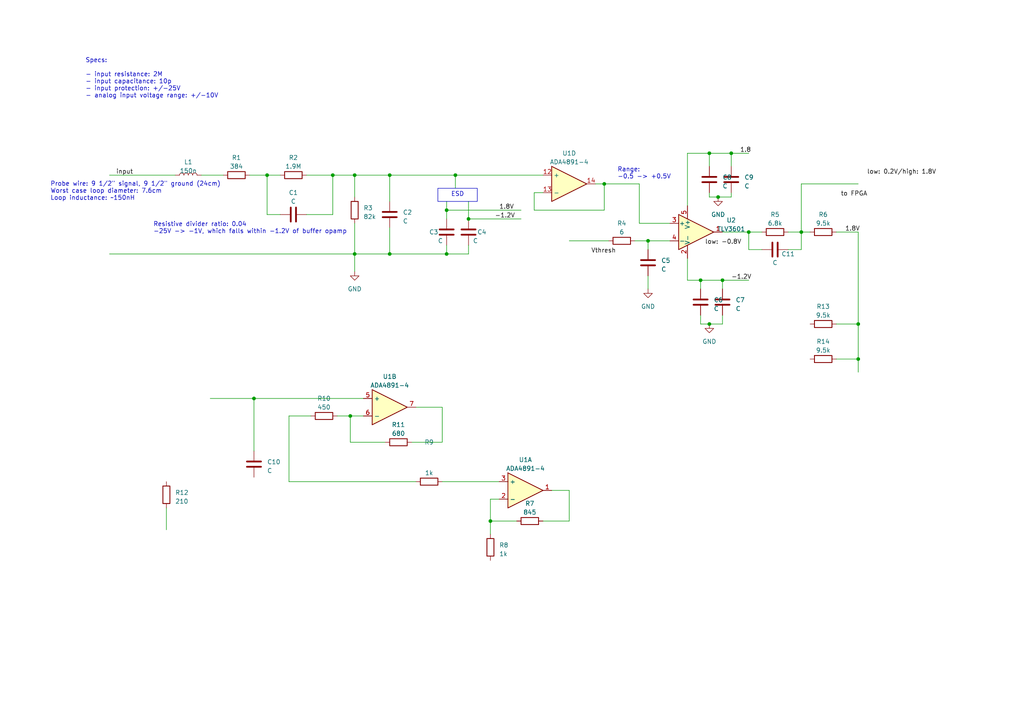
<source format=kicad_sch>
(kicad_sch (version 20230121) (generator eeschema)
  (paper "A4")
  (lib_symbols
    (symbol "Device:C" (pin_numbers hide) (pin_names (offset 0.254))
      (property "Reference" "C" (at 0.635 2.54 0))
      (property "Value" "C" (at 0.635 -2.54 0))
      (symbol "C_0_1"
        (polyline (pts (xy -2.032 -0.762) (xy 2.032 -0.762)) (stroke (width 0.508)))
        (polyline (pts (xy -2.032 0.762) (xy 2.032 0.762)) (stroke (width 0.508)))
      )
      (symbol "C_1_1"
        (pin passive line (at 0 3.81 270) (length 2.794) (name "~") (number "1"))
        (pin passive line (at 0 -3.81 90) (length 2.794) (name "~") (number "2"))
      )
    )
    (symbol "Device:L" (pin_numbers hide) (pin_names (offset 1.016) hide)
      (property "Reference" "L" (at -1.27 0 90))
      (property "Value" "L" (at 1.905 0 90))
      (symbol "L_0_1"
        (arc (start 0 -2.54) (mid 0.6323 -1.905) (end 0 -1.27))
        (arc (start 0 -1.27) (mid 0.6323 -0.635) (end 0 0))
        (arc (start 0 0) (mid 0.6323 0.635) (end 0 1.27))
        (arc (start 0 1.27) (mid 0.6323 1.905) (end 0 2.54))
      )
      (symbol "L_1_1"
        (pin passive line (at 0 3.81 270) (length 1.27) (name "1") (number "1"))
        (pin passive line (at 0 -3.81 90) (length 1.27) (name "2") (number "2"))
      )
    )
    (symbol "Device:R" (pin_numbers hide) (pin_names (offset 0))
      (property "Reference" "R" (at 2.032 0 90))
      (property "Value" "R" (at 0 0 90))
      (symbol "R_0_1"
        (rectangle (start -1.016 -2.54) (end 1.016 2.54) (stroke (width 0.254)))
      )
      (symbol "R_1_1"
        (pin passive line (at 0 3.81 270) (length 1.27) (name "~") (number "1"))
        (pin passive line (at 0 -3.81 90) (length 1.27) (name "~") (number "2"))
      )
    )
    (symbol "logic_analyzer:ADA4891-4"
      (property "Reference" "U" (at 0 5.08 0))
      (property "Value" "ADA4891-4" (at 0 -5.08 0))
      (symbol "ADA4891-4_1_1"
        (polyline (pts (xy -5.08 5.08) (xy 5.08 0) (xy -5.08 -5.08) (xy -5.08 5.08)) (stroke (width 0.254)) (fill (type background)))
        (pin output line (at 7.62 0 180) (length 2.54) (name "~") (number "1"))
        (pin input line (at -7.62 -2.54 0) (length 2.54) (name "-") (number "2"))
        (pin input line (at -7.62 2.54 0) (length 2.54) (name "+") (number "3"))
      )
      (symbol "ADA4891-4_2_1"
        (polyline (pts (xy -5.08 5.08) (xy 5.08 0) (xy -5.08 -5.08) (xy -5.08 5.08)) (stroke (width 0.254)) (fill (type background)))
        (pin input line (at -7.62 2.54 0) (length 2.54) (name "+") (number "5"))
        (pin input line (at -7.62 -2.54 0) (length 2.54) (name "-") (number "6"))
        (pin output line (at 7.62 0 180) (length 2.54) (name "~") (number "7"))
      )
      (symbol "ADA4891-4_3_1"
        (polyline (pts (xy -5.08 5.08) (xy 5.08 0) (xy -5.08 -5.08) (xy -5.08 5.08)) (stroke (width 0.254)) (fill (type background)))
        (pin input line (at -7.62 2.54 0) (length 2.54) (name "+") (number "10"))
        (pin output line (at 7.62 0 180) (length 2.54) (name "~") (number "8"))
        (pin input line (at -7.62 -2.54 0) (length 2.54) (name "-") (number "9"))
      )
      (symbol "ADA4891-4_4_1"
        (polyline (pts (xy -5.08 5.08) (xy 5.08 0) (xy -5.08 -5.08) (xy -5.08 5.08)) (stroke (width 0.254)) (fill (type background)))
        (pin input line (at -7.62 2.54 0) (length 2.54) (name "+") (number "12"))
        (pin input line (at -7.62 -2.54 0) (length 2.54) (name "-") (number "13"))
        (pin output line (at 7.62 0 180) (length 2.54) (name "~") (number "14"))
      )
      (symbol "ADA4891-4_5_1"
        (pin power_in line (at -2.54 -7.62 90) (length 3.81) (name "V-") (number "11"))
        (pin power_in line (at -2.54 7.62 270) (length 3.81) (name "V+") (number "4"))
      )
    )
    (symbol "logic_analyzer:TLV3601" (pin_names (offset 0.127))
      (property "Reference" "U" (at -1.27 6.35 0))
      (property "Value" "TLV3601" (at -1.27 3.81 0))
      (symbol "TLV3601_0_1"
        (polyline (pts (xy -5.08 5.08) (xy 5.08 0) (xy -5.08 -5.08) (xy -5.08 5.08)) (stroke (width 0.254)) (fill (type background)))
        (pin power_in line (at -2.54 -7.62 90) (length 3.81) (name "V-") (number "2"))
        (pin power_in line (at -2.54 7.62 270) (length 3.81) (name "V+") (number "5"))
      )
      (symbol "TLV3601_1_1"
        (pin output line (at 7.62 0 180) (length 2.54) (name "~") (number "1"))
        (pin input line (at -7.62 2.54 0) (length 2.54) (name "+") (number "3"))
        (pin input line (at -7.62 -2.54 0) (length 2.54) (name "-") (number "4"))
      )
    )
    (symbol "power:GND" (power) (pin_names (offset 0))
      (property "Value" "GND" (at 0 -3.81 0))
      (symbol "GND_0_1"
        (polyline (pts (xy 0 0) (xy 0 -1.27) (xy 1.27 -1.27) (xy 0 -2.54) (xy -1.27 -1.27) (xy 0 -1.27)))
      )
      (symbol "GND_1_1"
        (pin power_in line (at 0 0 270) (length 0) hide (name "GND") (number "1"))
      )
    )
  )
  (junction (at 77.47 50.8))
  (junction (at 102.87 50.8))
  (junction (at 208.28 57.15))
  (junction (at 96.52 50.8))
  (junction (at 113.03 73.66))
  (junction (at 248.92 104.14))
  (junction (at 203.2 81.28))
  (junction (at 205.74 44.45))
  (junction (at 129.54 73.66))
  (junction (at 175.26 53.34))
  (junction (at 212.09 44.45))
  (junction (at 205.74 93.98))
  (junction (at 129.54 60.96))
  (junction (at 232.41 67.31))
  (junction (at 187.96 69.85))
  (junction (at 142.24 151.13))
  (junction (at 113.03 50.8))
  (junction (at 73.66 115.57))
  (junction (at 217.17 67.31))
  (junction (at 102.87 73.66))
  (junction (at 132.08 50.8))
  (junction (at 101.6 120.65))
  (junction (at 135.89 63.5))
  (junction (at 209.55 81.28))
  (junction (at 248.92 93.98))
  (wire (pts (xy 129.54 73.66) (xy 135.89 73.66)))
  (wire (pts (xy 199.39 59.69) (xy 199.39 44.45)))
  (wire (pts (xy 73.66 115.57) (xy 73.66 130.81)))
  (wire (pts (xy 154.94 60.96) (xy 175.26 60.96)))
  (wire (pts (xy 90.17 120.65) (xy 83.82 120.65)))
  (wire (pts (xy 175.26 53.34) (xy 185.42 53.34)))
  (wire (pts (xy 232.41 67.31) (xy 232.41 72.39)))
  (wire (pts (xy 208.28 57.15) (xy 212.09 57.15)))
  (wire (pts (xy 199.39 81.28) (xy 203.2 81.28)))
  (wire (pts (xy 132.08 50.8) (xy 132.08 54.61)))
  (wire (pts (xy 129.54 60.96) (xy 129.54 63.5)))
  (wire (pts (xy 205.74 44.45) (xy 212.09 44.45)))
  (wire (pts (xy 101.6 120.65) (xy 105.41 120.65)))
  (wire (pts (xy 187.96 80.01) (xy 187.96 83.82)))
  (wire (pts (xy 96.52 62.23) (xy 96.52 50.8)))
  (wire (pts (xy 248.92 93.98) (xy 248.92 104.14)))
  (wire (pts (xy 83.82 139.7) (xy 120.65 139.7)))
  (wire (pts (xy 83.82 120.65) (xy 83.82 139.7)))
  (wire (pts (xy 157.48 55.88) (xy 154.94 55.88)))
  (wire (pts (xy 119.38 128.27) (xy 128.27 128.27)))
  (wire (pts (xy 128.27 139.7) (xy 144.78 139.7)))
  (wire (pts (xy 48.26 147.32) (xy 48.26 153.67)))
  (wire (pts (xy 232.41 67.31) (xy 234.95 67.31)))
  (wire (pts (xy 185.42 53.34) (xy 185.42 64.77)))
  (wire (pts (xy 209.55 81.28) (xy 209.55 83.82)))
  (wire (pts (xy 129.54 58.42) (xy 129.54 60.96)))
  (wire (pts (xy 157.48 151.13) (xy 165.1 151.13)))
  (wire (pts (xy 144.78 144.78) (xy 142.24 144.78)))
  (wire (pts (xy 185.42 64.77) (xy 194.31 64.77)))
  (wire (pts (xy 205.74 57.15) (xy 208.28 57.15)))
  (wire (pts (xy 142.24 144.78) (xy 142.24 151.13)))
  (wire (pts (xy 242.57 104.14) (xy 248.92 104.14)))
  (wire (pts (xy 128.27 128.27) (xy 128.27 118.11)))
  (wire (pts (xy 212.09 57.15) (xy 212.09 55.88)))
  (wire (pts (xy 113.03 50.8) (xy 132.08 50.8)))
  (wire (pts (xy 135.89 73.66) (xy 135.89 71.12)))
  (wire (pts (xy 142.24 151.13) (xy 149.86 151.13)))
  (wire (pts (xy 101.6 120.65) (xy 101.6 128.27)))
  (wire (pts (xy 203.2 81.28) (xy 203.2 83.82)))
  (wire (pts (xy 31.75 73.66) (xy 102.87 73.66)))
  (wire (pts (xy 212.09 44.45) (xy 212.09 48.26)))
  (wire (pts (xy 73.66 115.57) (xy 105.41 115.57)))
  (wire (pts (xy 205.74 44.45) (xy 205.74 48.26)))
  (wire (pts (xy 175.26 53.34) (xy 172.72 53.34)))
  (wire (pts (xy 165.1 142.24) (xy 160.02 142.24)))
  (wire (pts (xy 242.57 67.31) (xy 248.92 67.31)))
  (wire (pts (xy 58.42 50.8) (xy 64.77 50.8)))
  (wire (pts (xy 102.87 64.77) (xy 102.87 73.66)))
  (wire (pts (xy 101.6 128.27) (xy 111.76 128.27)))
  (wire (pts (xy 165.1 69.85) (xy 176.53 69.85)))
  (wire (pts (xy 102.87 73.66) (xy 113.03 73.66)))
  (wire (pts (xy 113.03 73.66) (xy 129.54 73.66)))
  (wire (pts (xy 129.54 60.96) (xy 151.13 60.96)))
  (wire (pts (xy 102.87 73.66) (xy 102.87 78.74)))
  (wire (pts (xy 102.87 50.8) (xy 102.87 57.15)))
  (wire (pts (xy 113.03 73.66) (xy 113.03 66.04)))
  (wire (pts (xy 232.41 67.31) (xy 232.41 53.34)))
  (wire (pts (xy 209.55 81.28) (xy 217.17 81.28)))
  (wire (pts (xy 217.17 67.31) (xy 217.17 72.39)))
  (wire (pts (xy 77.47 50.8) (xy 77.47 62.23)))
  (wire (pts (xy 88.9 62.23) (xy 96.52 62.23)))
  (wire (pts (xy 128.27 118.11) (xy 120.65 118.11)))
  (wire (pts (xy 209.55 67.31) (xy 217.17 67.31)))
  (wire (pts (xy 232.41 53.34) (xy 248.92 53.34)))
  (wire (pts (xy 199.39 74.93) (xy 199.39 81.28)))
  (wire (pts (xy 135.89 58.42) (xy 135.89 63.5)))
  (wire (pts (xy 96.52 50.8) (xy 102.87 50.8)))
  (wire (pts (xy 205.74 55.88) (xy 205.74 57.15)))
  (wire (pts (xy 187.96 72.39) (xy 187.96 69.85)))
  (wire (pts (xy 102.87 50.8) (xy 113.03 50.8)))
  (wire (pts (xy 60.96 115.57) (xy 73.66 115.57)))
  (wire (pts (xy 97.79 120.65) (xy 101.6 120.65)))
  (wire (pts (xy 209.55 93.98) (xy 209.55 91.44)))
  (wire (pts (xy 184.15 69.85) (xy 187.96 69.85)))
  (wire (pts (xy 205.74 93.98) (xy 209.55 93.98)))
  (wire (pts (xy 165.1 151.13) (xy 165.1 142.24)))
  (wire (pts (xy 203.2 93.98) (xy 205.74 93.98)))
  (wire (pts (xy 248.92 104.14) (xy 248.92 107.95)))
  (wire (pts (xy 77.47 50.8) (xy 81.28 50.8)))
  (wire (pts (xy 242.57 93.98) (xy 248.92 93.98)))
  (wire (pts (xy 113.03 50.8) (xy 113.03 58.42)))
  (wire (pts (xy 132.08 50.8) (xy 157.48 50.8)))
  (wire (pts (xy 217.17 72.39) (xy 220.98 72.39)))
  (wire (pts (xy 135.89 63.5) (xy 151.13 63.5)))
  (wire (pts (xy 228.6 72.39) (xy 232.41 72.39)))
  (wire (pts (xy 154.94 55.88) (xy 154.94 60.96)))
  (wire (pts (xy 203.2 81.28) (xy 209.55 81.28)))
  (wire (pts (xy 77.47 62.23) (xy 81.28 62.23)))
  (wire (pts (xy 199.39 44.45) (xy 205.74 44.45)))
  (wire (pts (xy 31.75 50.8) (xy 50.8 50.8)))
  (wire (pts (xy 129.54 71.12) (xy 129.54 73.66)))
  (wire (pts (xy 203.2 91.44) (xy 203.2 93.98)))
  (wire (pts (xy 88.9 50.8) (xy 96.52 50.8)))
  (wire (pts (xy 212.09 44.45) (xy 217.17 44.45)))
  (wire (pts (xy 228.6 67.31) (xy 232.41 67.31)))
  (wire (pts (xy 187.96 69.85) (xy 194.31 69.85)))
  (wire (pts (xy 217.17 67.31) (xy 220.98 67.31)))
  (wire (pts (xy 248.92 67.31) (xy 248.92 93.98)))
  (wire (pts (xy 142.24 151.13) (xy 142.24 154.94)))
  (wire (pts (xy 175.26 60.96) (xy 175.26 53.34)))
  (wire (pts (xy 72.39 50.8) (xy 77.47 50.8)))
  (rectangle (start 127 54.61) (end 138.43 58.42))
  (text "Range:\n-0.5 -> +0.5V" (at 179.07 52.07 0) (effects (font (size 1.27 1.27)) (justify left bottom)))
  (text "Resistive divider ratio: 0.04\n-25V -> -1V, which falls within -1.2V of buffer opamp" (at 44.45 67.945 0) (effects (font (size 1.27 1.27)) (justify left bottom)))
  (text "ESD" (at 130.81 57.15 0) (effects (font (size 1.27 1.27)) (justify left bottom)))
  (text "Probe wire: 9 1/2\" signal, 9 1/2\" ground (24cm)\nWorst case loop diameter: 7.6cm\nLoop inductance: ~150nH\n\n" (at 14.605 60.325 0) (effects (font (size 1.27 1.27)) (justify left bottom)))
  (text "Specs:\n\n- input resistance: 2M\n- input capacitance: 10p\n- input protection: +/-25V\n- analog input voltage range: +/-10V" (at 24.765 28.575 0) (effects (font (size 1.27 1.27)) (justify left bottom)))
  (label "-1.2V" (at 143.51 63.5 0))
  (label "low: -0.8V" (at 204.47 71.12 0))
  (label "Vthresh" (at 171.45 73.66 0))
  (label "1.8" (at 214.63 44.45 0))
  (label "1.8V" (at 144.78 60.96 0))
  (label "1.8V" (at 245.11 67.31 0))
  (label "input" (at 33.655 50.8 0))
  (label "to FPGA" (at 243.84 57.15 0))
  (label "-1.2V" (at 212.09 81.28 0))
  (label "low: 0.2V{slash}high: 1.8V" (at 251.46 50.8 0))
  (symbol (lib_id "Device:C") (at 209.55 87.63 180) (unit 1)
    (property "Reference" "C7" (at 213.36 86.995 0) (effects (justify right)))
    (property "Value" "C" (at 213.36 89.535 0) (effects (justify right)))
  )
  (symbol (lib_id "Device:R") (at 153.67 151.13 90) (unit 1)
    (property "Reference" "R7" (at 153.67 146.05 90))
    (property "Value" "845" (at 153.67 148.59 90))
  )
  (symbol (lib_id "Device:C") (at 129.54 67.31 180) (unit 1)
    (property "Reference" "C3" (at 124.46 67.31 0) (effects (justify right)))
    (property "Value" "C" (at 127 69.85 0) (effects (justify right)))
  )
  (symbol (lib_id "Device:C") (at 203.2 87.63 180) (unit 1)
    (property "Reference" "C6" (at 207.01 86.995 0) (effects (justify right)))
    (property "Value" "C" (at 207.01 89.535 0) (effects (justify right)))
  )
  (symbol (lib_id "Device:R") (at 85.09 50.8 90) (unit 1)
    (property "Reference" "R2" (at 85.09 45.72 90))
    (property "Value" "1.9M" (at 85.09 48.26 90))
  )
  (symbol (lib_id "Device:R") (at 93.98 120.65 270) (unit 1)
    (property "Reference" "R10" (at 93.98 115.57 90))
    (property "Value" "450" (at 93.98 118.11 90))
  )
  (symbol (lib_id "power:GND") (at 187.96 83.82 0) (unit 1)
    (property "Reference" "#PWR02" (effects hide))
    (property "Value" "GND" (at 187.96 88.9 0))
  )
  (symbol (lib_id "Device:R") (at 102.87 60.96 180) (unit 1)
    (property "Reference" "R3" (at 105.41 60.325 0) (effects (justify right)))
    (property "Value" "82k" (at 105.41 62.865 0) (effects (justify right)))
  )
  (symbol (lib_id "Device:C") (at 212.09 52.07 180) (unit 1)
    (property "Reference" "C9" (at 215.9 51.435 0) (effects (justify right)))
    (property "Value" "C" (at 215.9 53.975 0) (effects (justify right)))
  )
  (symbol (lib_id "Device:C") (at 135.89 67.31 180) (unit 1)
    (property "Reference" "C4" (at 138.43 67.31 0) (effects (justify right)))
    (property "Value" "C" (at 137.16 69.85 0) (effects (justify right)))
  )
  (symbol (lib_id "Device:R") (at 238.76 67.31 90) (unit 1)
    (property "Reference" "R6" (at 238.76 62.23 90))
    (property "Value" "9.5k" (at 238.76 64.77 90))
  )
  (symbol (lib_id "logic_analyzer:ADA4891-4") (at 113.03 118.11 0) (unit 2)
    (property "Reference" "U1" (at 113.03 109.22 0))
    (property "Value" "ADA4891-4" (at 113.03 111.76 0))
  )
  (symbol (lib_id "Device:R") (at 224.79 67.31 90) (unit 1)
    (property "Reference" "R5" (at 224.79 62.23 90))
    (property "Value" "6.8k" (at 224.79 64.77 90))
  )
  (symbol (lib_id "logic_analyzer:ADA4891-4") (at 165.1 53.34 0) (unit 4)
    (property "Reference" "U1" (at 165.1 44.45 0))
    (property "Value" "ADA4891-4" (at 165.1 46.99 0))
  )
  (symbol (lib_id "Device:C") (at 73.66 134.62 180) (unit 1)
    (property "Reference" "C10" (at 77.47 133.985 0) (effects (justify right)))
    (property "Value" "C" (at 77.47 136.525 0) (effects (justify right)))
  )
  (symbol (lib_id "Device:R") (at 124.46 139.7 270) (unit 1)
    (property "Reference" "R9" (at 124.46 128.27 90))
    (property "Value" "1k" (at 124.46 137.16 90))
  )
  (symbol (lib_id "Device:C") (at 224.79 72.39 90) (unit 1)
    (property "Reference" "C11" (at 228.6 73.66 90))
    (property "Value" "C" (at 224.79 76.2 90))
  )
  (symbol (lib_id "Device:R") (at 68.58 50.8 90) (unit 1)
    (property "Reference" "R1" (at 68.58 45.72 90))
    (property "Value" "384" (at 68.58 48.26 90))
  )
  (symbol (lib_id "Device:C") (at 187.96 76.2 180) (unit 1)
    (property "Reference" "C5" (at 191.77 75.565 0) (effects (justify right)))
    (property "Value" "C" (at 191.77 78.105 0) (effects (justify right)))
  )
  (symbol (lib_id "Device:R") (at 48.26 143.51 180) (unit 1)
    (property "Reference" "R12" (at 50.8 142.875 0) (effects (justify right)))
    (property "Value" "210" (at 50.8 145.415 0) (effects (justify right)))
  )
  (symbol (lib_id "Device:R") (at 238.76 93.98 90) (unit 1)
    (property "Reference" "R13" (at 238.76 88.9 90))
    (property "Value" "9.5k" (at 238.76 91.44 90))
  )
  (symbol (lib_id "power:GND") (at 102.87 78.74 0) (unit 1)
    (property "Reference" "#PWR01" (effects hide))
    (property "Value" "GND" (at 102.87 83.82 0))
  )
  (symbol (lib_id "logic_analyzer:ADA4891-4") (at 152.4 142.24 0) (unit 1)
    (property "Reference" "U1" (at 152.4 133.35 0))
    (property "Value" "ADA4891-4" (at 152.4 135.89 0))
  )
  (symbol (lib_id "Device:R") (at 142.24 158.75 180) (unit 1)
    (property "Reference" "R8" (at 144.78 158.115 0) (effects (justify right)))
    (property "Value" "1k" (at 144.78 160.655 0) (effects (justify right)))
  )
  (symbol (lib_id "Device:C") (at 85.09 62.23 90) (unit 1)
    (property "Reference" "C1" (at 85.09 55.88 90))
    (property "Value" "C" (at 85.09 58.42 90))
  )
  (symbol (lib_id "Device:L") (at 54.61 50.8 90) (unit 1)
    (property "Reference" "L1" (at 54.61 46.99 90))
    (property "Value" "150n" (at 54.61 49.53 90))
  )
  (symbol (lib_id "Device:C") (at 205.74 52.07 180) (unit 1)
    (property "Reference" "C8" (at 209.55 51.435 0) (effects (justify right)))
    (property "Value" "C" (at 209.55 53.975 0) (effects (justify right)))
  )
  (symbol (lib_id "power:GND") (at 208.28 57.15 0) (unit 1)
    (property "Reference" "#PWR04" (effects hide))
    (property "Value" "GND" (at 208.28 62.23 0))
  )
  (symbol (lib_id "Device:R") (at 180.34 69.85 90) (unit 1)
    (property "Reference" "R4" (at 180.34 64.77 90))
    (property "Value" "6" (at 180.34 67.31 90))
  )
  (symbol (lib_id "power:GND") (at 205.74 93.98 0) (unit 1)
    (property "Reference" "#PWR03" (effects hide))
    (property "Value" "GND" (at 205.74 99.06 0))
  )
  (symbol (lib_id "Device:C") (at 113.03 62.23 180) (unit 1)
    (property "Reference" "C2" (at 116.84 61.595 0) (effects (justify right)))
    (property "Value" "C" (at 116.84 64.135 0) (effects (justify right)))
  )
  (symbol (lib_id "logic_analyzer:TLV3601") (at 201.93 67.31 0) (unit 1)
    (property "Reference" "U2" (at 212.09 63.8811 0))
    (property "Value" "TLV3601" (at 212.09 66.4211 0))
    (property "Footprint" "Package_TO_SOT_SMD:SOT-23-5" (effects hide))
    (property "Datasheet" "https://www.ti.com/lit/ds/symlink/tlv3601.pdf" (effects hide))
  )
  (symbol (lib_id "Device:R") (at 115.57 128.27 270) (unit 1)
    (property "Reference" "R11" (at 115.57 123.19 90))
    (property "Value" "680" (at 115.57 125.73 90))
  )
  (symbol (lib_id "Device:R") (at 238.76 104.14 90) (unit 1)
    (property "Reference" "R14" (at 238.76 99.06 90))
    (property "Value" "9.5k" (at 238.76 101.6 90))
  )
)
</source>
